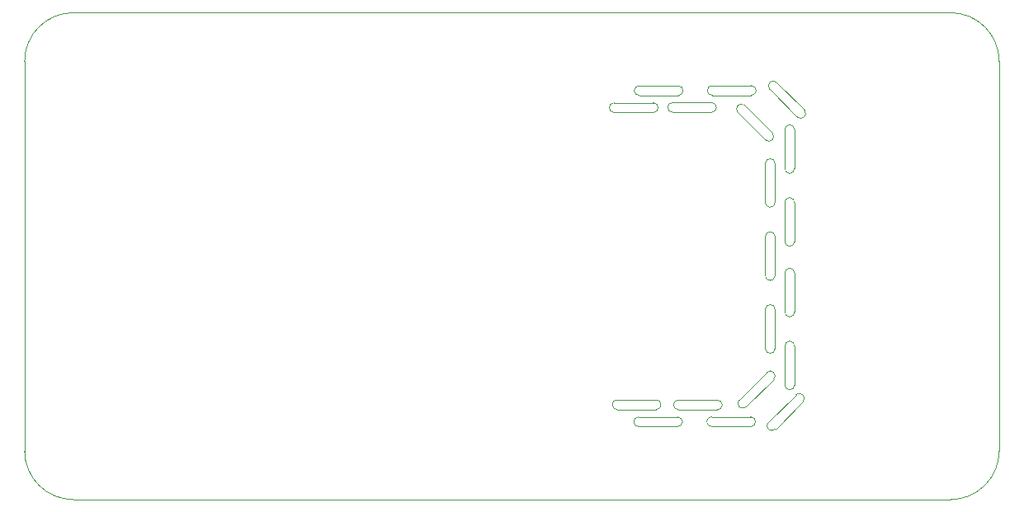
<source format=gbr>
%TF.GenerationSoftware,KiCad,Pcbnew,9.0.0*%
%TF.CreationDate,2025-04-26T17:32:35+02:00*%
%TF.ProjectId,Differential_Probe,44696666-6572-4656-9e74-69616c5f5072,rev?*%
%TF.SameCoordinates,Original*%
%TF.FileFunction,Profile,NP*%
%FSLAX46Y46*%
G04 Gerber Fmt 4.6, Leading zero omitted, Abs format (unit mm)*
G04 Created by KiCad (PCBNEW 9.0.0) date 2025-04-26 17:32:35*
%MOMM*%
%LPD*%
G01*
G04 APERTURE LIST*
%TA.AperFunction,Profile*%
%ADD10C,0.050000*%
%TD*%
G04 APERTURE END LIST*
D10*
X179145155Y-139233121D02*
X179145155Y-139233121D01*
G75*
G02*
X179852262Y-139940228I353554J-353554D01*
G01*
X177023835Y-142768655D01*
G75*
G02*
X176316728Y-142061548I-353553J353553D01*
G01*
X179145155Y-139233121D01*
X170482213Y-109228292D02*
X170482213Y-109228292D01*
G75*
G02*
X170482213Y-110228292I-13J-500008D01*
G01*
X166482213Y-110228292D01*
G75*
G02*
X166482213Y-109228292I-13J499992D01*
G01*
X170482213Y-109228292D01*
X100000000Y-105000000D02*
G75*
G02*
X105000000Y-100000000I5000000J0D01*
G01*
X176000000Y-123000000D02*
X176000000Y-123000000D01*
G75*
G02*
X177000000Y-123000000I500000J0D01*
G01*
X177000000Y-127000000D01*
G75*
G02*
X176000000Y-127000000I-500000J0D01*
G01*
X176000000Y-123000000D01*
X195000000Y-100000000D02*
G75*
G02*
X200000000Y-105000000I0J-5000000D01*
G01*
X178000000Y-119497429D02*
X178000000Y-119497429D01*
G75*
G02*
X179000000Y-119497429I500000J0D01*
G01*
X179000000Y-123497429D01*
G75*
G02*
X178000000Y-123497429I-500000J0D01*
G01*
X178000000Y-119497429D01*
X171077209Y-139771708D02*
X171077209Y-139771708D01*
G75*
G02*
X171077209Y-140771708I-9J-499992D01*
G01*
X167077209Y-140771708D01*
G75*
G02*
X167077209Y-139771708I-9J500008D01*
G01*
X171077209Y-139771708D01*
X174560493Y-107489562D02*
X174560493Y-107489562D01*
G75*
G02*
X174560493Y-108489562I7J-500038D01*
G01*
X170560493Y-108489562D01*
G75*
G02*
X170560493Y-107489562I7J499962D01*
G01*
X174560493Y-107489562D01*
X173190228Y-110232719D02*
X173190228Y-110232719D01*
G75*
G02*
X173897335Y-109525612I353554J353553D01*
G01*
X176725762Y-112354039D01*
G75*
G02*
X176018655Y-113061146I-353553J-353554D01*
G01*
X173190228Y-110232719D01*
X166998929Y-141510438D02*
X166998929Y-141510438D01*
G75*
G02*
X166998929Y-142510438I-29J-499962D01*
G01*
X162998929Y-142510438D01*
G75*
G02*
X162998929Y-141510438I-29J500038D01*
G01*
X166998929Y-141510438D01*
X176000000Y-115482213D02*
X176000000Y-115482213D01*
G75*
G02*
X177000000Y-115482213I500000J0D01*
G01*
X177000000Y-119482213D01*
G75*
G02*
X176000000Y-119482213I-500000J0D01*
G01*
X176000000Y-115482213D01*
X105000000Y-150000000D02*
G75*
G02*
X100000000Y-145000000I0J5000000D01*
G01*
X178000000Y-134232213D02*
X178000000Y-134232213D01*
G75*
G02*
X179000000Y-134232213I500000J0D01*
G01*
X179000000Y-138232213D01*
G75*
G02*
X178000000Y-138232213I-500000J0D01*
G01*
X178000000Y-134232213D01*
X164791119Y-139750000D02*
X164791119Y-139750000D01*
G75*
G02*
X164791119Y-140750000I-19J-500000D01*
G01*
X160791119Y-140750000D01*
G75*
G02*
X160791119Y-139750000I-19J500000D01*
G01*
X164791119Y-139750000D01*
X195000000Y-100000000D02*
X105000000Y-100000000D01*
X174500000Y-141500000D02*
X174500000Y-141500000D01*
G75*
G02*
X174500000Y-142500000I0J-500000D01*
G01*
X170500000Y-142500000D01*
G75*
G02*
X170500000Y-141500000I0J500000D01*
G01*
X174500000Y-141500000D01*
X200000000Y-145000000D02*
X200000000Y-105000000D01*
X100000000Y-105000000D02*
X100000000Y-145000000D01*
X167059422Y-107500000D02*
X167059422Y-107500000D01*
G75*
G02*
X167059422Y-108500000I-22J-500000D01*
G01*
X163059422Y-108500000D01*
G75*
G02*
X163059422Y-107500000I-22J500000D01*
G01*
X167059422Y-107500000D01*
X176464466Y-107878680D02*
X176464466Y-107878680D01*
G75*
G02*
X177171573Y-107171573I353554J353553D01*
G01*
X180000000Y-110000000D01*
G75*
G02*
X179292893Y-110707107I-353553J-353554D01*
G01*
X176464466Y-107878680D01*
X164500000Y-109250000D02*
X164500000Y-109250000D01*
G75*
G02*
X164500000Y-110250000I0J-500000D01*
G01*
X160500000Y-110250000D01*
G75*
G02*
X160500000Y-109250000I0J500000D01*
G01*
X164500000Y-109250000D01*
X178000000Y-126732213D02*
X178000000Y-126732213D01*
G75*
G02*
X179000000Y-126732213I500000J0D01*
G01*
X179000000Y-130732213D01*
G75*
G02*
X178000000Y-130732213I-500000J0D01*
G01*
X178000000Y-126732213D01*
X176000000Y-130482213D02*
X176000000Y-130482213D01*
G75*
G02*
X177000000Y-130482213I500000J0D01*
G01*
X177000000Y-134482213D01*
G75*
G02*
X176000000Y-134482213I-500000J0D01*
G01*
X176000000Y-130482213D01*
X176146672Y-136939114D02*
X176146672Y-136939114D01*
G75*
G02*
X176853779Y-137646221I353554J-353554D01*
G01*
X174025352Y-140474648D01*
G75*
G02*
X173318245Y-139767541I-353553J353553D01*
G01*
X176146672Y-136939114D01*
X178000000Y-111997429D02*
X178000000Y-111997429D01*
G75*
G02*
X179000000Y-111997429I500000J0D01*
G01*
X179000000Y-115997429D01*
G75*
G02*
X178000000Y-115997429I-500000J0D01*
G01*
X178000000Y-111997429D01*
X105000000Y-150000000D02*
X195000000Y-150000000D01*
X200000000Y-145000000D02*
G75*
G02*
X195000000Y-150000000I-5000000J0D01*
G01*
M02*

</source>
